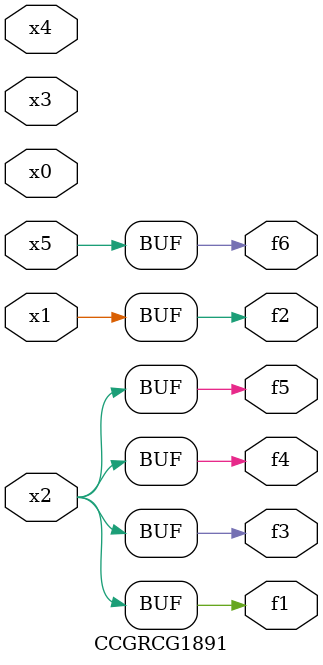
<source format=v>
module CCGRCG1891(
	input x0, x1, x2, x3, x4, x5,
	output f1, f2, f3, f4, f5, f6
);
	assign f1 = x2;
	assign f2 = x1;
	assign f3 = x2;
	assign f4 = x2;
	assign f5 = x2;
	assign f6 = x5;
endmodule

</source>
